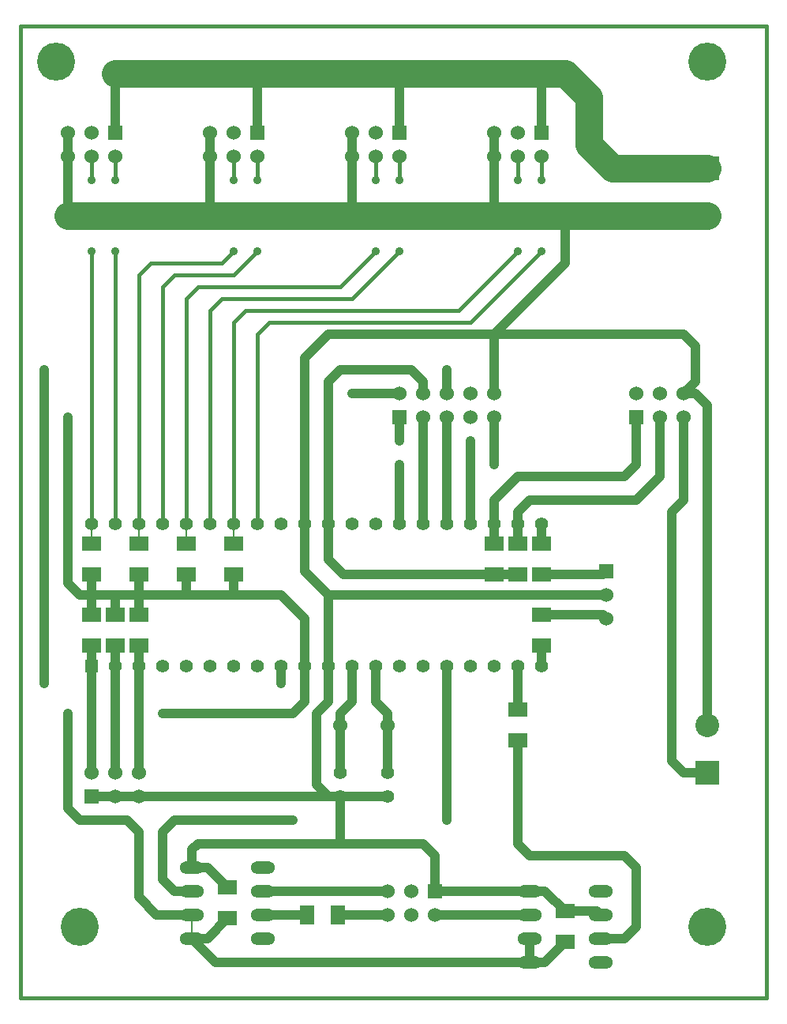
<source format=gbl>
G04 (created by PCBNEW-RS274X (2010-06-08 BZR 2367)-stable) date Sat 18 Dec 2010 10:45:12 PM CET*
G01*
G70*
G90*
%MOIN*%
G04 Gerber Fmt 3.4, Leading zero omitted, Abs format*
%FSLAX34Y34*%
G04 APERTURE LIST*
%ADD10C,0.001000*%
%ADD11C,0.015000*%
%ADD12C,0.055000*%
%ADD13R,0.060000X0.060000*%
%ADD14C,0.060000*%
%ADD15R,0.080000X0.060000*%
%ADD16R,0.100000X0.100000*%
%ADD17C,0.100000*%
%ADD18O,0.104000X0.052000*%
%ADD19R,0.055000X0.055000*%
%ADD20R,0.060000X0.080000*%
%ADD21C,0.160000*%
%ADD22C,0.035000*%
%ADD23C,0.118100*%
%ADD24C,0.039400*%
%ADD25C,0.015700*%
%ADD26C,0.008000*%
G04 APERTURE END LIST*
G54D10*
G54D11*
X37000Y-05500D02*
X37000Y-46500D01*
X05500Y-46500D02*
X05500Y-05500D01*
X37000Y-46500D02*
X05500Y-46500D01*
X05500Y-05500D02*
X37000Y-05500D01*
G54D12*
X21000Y-37000D03*
X21000Y-38000D03*
X19000Y-37000D03*
X19000Y-38000D03*
G54D13*
X30250Y-28500D03*
G54D14*
X30250Y-29500D03*
X30250Y-30500D03*
G54D13*
X23000Y-42000D03*
G54D14*
X23000Y-43000D03*
X22000Y-42000D03*
X22000Y-43000D03*
X21000Y-42000D03*
X21000Y-43000D03*
G54D13*
X31500Y-22000D03*
G54D14*
X31500Y-21000D03*
X32500Y-22000D03*
X32500Y-21000D03*
X33500Y-22000D03*
X33500Y-21000D03*
G54D13*
X08500Y-38000D03*
G54D14*
X08500Y-37000D03*
X09500Y-38000D03*
X09500Y-37000D03*
X10500Y-38000D03*
X10500Y-37000D03*
G54D13*
X27500Y-10000D03*
G54D14*
X27500Y-11000D03*
X26500Y-10000D03*
X26500Y-11000D03*
X25500Y-10000D03*
X25500Y-11000D03*
G54D13*
X21500Y-10000D03*
G54D14*
X21500Y-11000D03*
X20500Y-10000D03*
X20500Y-11000D03*
X19500Y-10000D03*
X19500Y-11000D03*
G54D13*
X15500Y-10000D03*
G54D14*
X15500Y-11000D03*
X14500Y-10000D03*
X14500Y-11000D03*
X13500Y-10000D03*
X13500Y-11000D03*
G54D13*
X09500Y-10000D03*
G54D14*
X09500Y-11000D03*
X08500Y-10000D03*
X08500Y-11000D03*
X07500Y-10000D03*
X07500Y-11000D03*
G54D15*
X27500Y-30350D03*
X27500Y-31650D03*
X27500Y-28650D03*
X27500Y-27350D03*
X25500Y-27350D03*
X25500Y-28650D03*
X26500Y-28650D03*
X26500Y-27350D03*
X10500Y-30350D03*
X10500Y-31650D03*
X09500Y-30350D03*
X09500Y-31650D03*
X08500Y-30350D03*
X08500Y-31650D03*
X14500Y-28650D03*
X14500Y-27350D03*
X12500Y-28650D03*
X12500Y-27350D03*
X10500Y-28650D03*
X10500Y-27350D03*
X08500Y-28650D03*
X08500Y-27350D03*
X28500Y-44150D03*
X28500Y-42850D03*
X14250Y-43150D03*
X14250Y-41850D03*
G54D16*
X34500Y-37000D03*
G54D17*
X34500Y-35000D03*
G54D16*
X34500Y-11500D03*
G54D17*
X34500Y-13500D03*
G54D14*
X19000Y-35000D03*
X21000Y-35000D03*
G54D18*
X30000Y-45000D03*
X30000Y-44000D03*
X30000Y-43000D03*
X30000Y-42000D03*
X27000Y-42000D03*
X27000Y-43000D03*
X27000Y-44000D03*
X27000Y-45000D03*
X15750Y-44000D03*
X15750Y-43000D03*
X15750Y-42000D03*
X15750Y-41000D03*
X12750Y-41000D03*
X12750Y-42000D03*
X12750Y-43000D03*
X12750Y-44000D03*
G54D19*
X08500Y-32500D03*
G54D12*
X09500Y-32500D03*
X10500Y-32500D03*
X11500Y-32500D03*
X12500Y-32500D03*
X13500Y-32500D03*
X14500Y-32500D03*
X15500Y-32500D03*
X16500Y-32500D03*
X17500Y-32500D03*
X18500Y-32500D03*
X19500Y-32500D03*
X20500Y-32500D03*
X21500Y-32500D03*
X22500Y-32500D03*
X23500Y-32500D03*
X24500Y-32500D03*
X25500Y-32500D03*
X26500Y-32500D03*
X27500Y-32500D03*
X27500Y-26500D03*
X26500Y-26500D03*
X25500Y-26500D03*
X24500Y-26500D03*
X23500Y-26500D03*
X22500Y-26500D03*
X21500Y-26500D03*
X20500Y-26500D03*
X19500Y-26500D03*
X18500Y-26500D03*
X17500Y-26500D03*
X16500Y-26500D03*
X15500Y-26500D03*
X14500Y-26500D03*
X13500Y-26500D03*
X12500Y-26500D03*
X11500Y-26500D03*
X10500Y-26500D03*
X09500Y-26500D03*
X08500Y-26500D03*
G54D13*
X21500Y-22000D03*
G54D14*
X21500Y-21000D03*
X22500Y-22000D03*
X22500Y-21000D03*
X23500Y-22000D03*
X23500Y-21000D03*
X24500Y-22000D03*
X24500Y-21000D03*
X25500Y-22000D03*
X25500Y-21000D03*
G54D15*
X26500Y-35650D03*
X26500Y-34350D03*
G54D20*
X18900Y-43000D03*
X17600Y-43000D03*
G54D21*
X07000Y-07000D03*
X34500Y-07000D03*
X34500Y-43500D03*
X08000Y-43500D03*
G54D22*
X17500Y-21000D03*
X19500Y-21000D03*
X21500Y-15000D03*
X21500Y-12000D03*
X20500Y-15000D03*
X20500Y-12000D03*
X17000Y-39000D03*
X23500Y-39000D03*
X06500Y-33250D03*
X06500Y-20000D03*
X23500Y-20000D03*
X16500Y-33250D03*
X09500Y-12000D03*
X09500Y-15000D03*
X15500Y-15000D03*
X15500Y-12000D03*
X21500Y-24000D03*
X25500Y-24000D03*
X27500Y-15000D03*
X27500Y-12000D03*
X26500Y-12000D03*
X26500Y-15000D03*
X08500Y-15000D03*
X08500Y-12000D03*
X14500Y-15000D03*
X14500Y-12000D03*
X21500Y-23000D03*
X24500Y-23000D03*
X07500Y-34500D03*
X11500Y-34500D03*
X18500Y-25000D03*
X33000Y-26000D03*
X18500Y-22000D03*
X07500Y-22000D03*
G54D23*
X27500Y-07500D02*
X28500Y-07500D01*
X30500Y-11500D02*
X34500Y-11500D01*
X29500Y-10500D02*
X30500Y-11500D01*
X29500Y-08500D02*
X29500Y-10500D01*
X28500Y-07500D02*
X29500Y-08500D01*
G54D24*
X27500Y-07500D02*
X27500Y-10000D01*
X21500Y-10000D02*
X21500Y-07500D01*
X15500Y-07500D02*
X15500Y-10000D01*
X09500Y-10000D02*
X09500Y-07500D01*
G54D23*
X27500Y-07500D02*
X21500Y-07500D01*
X21500Y-07500D02*
X15500Y-07500D01*
X15500Y-07500D02*
X09500Y-07500D01*
G54D24*
X30250Y-29500D02*
X18500Y-29500D01*
X34500Y-35000D02*
X34500Y-21500D01*
X34000Y-21000D02*
X33500Y-21000D01*
X34500Y-21500D02*
X34000Y-21000D01*
X34000Y-20500D02*
X34000Y-19000D01*
X33500Y-18500D02*
X25500Y-18500D01*
X34000Y-19000D02*
X33500Y-18500D01*
X25500Y-18500D02*
X18500Y-18500D01*
X18500Y-18500D02*
X17500Y-19500D01*
X17500Y-19500D02*
X17500Y-21000D01*
X25500Y-21000D02*
X25500Y-18500D01*
X28500Y-15500D02*
X28500Y-13500D01*
X25500Y-18500D02*
X28500Y-15500D01*
X10500Y-38000D02*
X19000Y-38000D01*
X19000Y-40000D02*
X19000Y-38000D01*
X12750Y-41000D02*
X12750Y-40250D01*
X12750Y-40250D02*
X13000Y-40000D01*
X13000Y-40000D02*
X19000Y-40000D01*
X23000Y-40500D02*
X23000Y-42000D01*
X19000Y-40000D02*
X22500Y-40000D01*
X22500Y-40000D02*
X23000Y-40500D01*
G54D23*
X34500Y-13500D02*
X28500Y-13500D01*
X28500Y-13500D02*
X25500Y-13500D01*
G54D24*
X17500Y-21000D02*
X17500Y-22500D01*
X17500Y-22500D02*
X17500Y-26500D01*
X09500Y-38000D02*
X10500Y-38000D01*
X08500Y-38000D02*
X09500Y-38000D01*
X28500Y-42850D02*
X29850Y-42850D01*
X29850Y-42850D02*
X30000Y-43000D01*
X27000Y-42000D02*
X23000Y-42000D01*
X12750Y-41000D02*
X13400Y-41000D01*
X13400Y-41000D02*
X14250Y-41850D01*
X27000Y-42000D02*
X27650Y-42000D01*
X27650Y-42000D02*
X28500Y-42850D01*
X17500Y-28500D02*
X18500Y-29500D01*
X18500Y-29500D02*
X18500Y-32500D01*
X17500Y-26500D02*
X17500Y-28500D01*
X21500Y-21000D02*
X19500Y-21000D01*
X07500Y-11000D02*
X07500Y-13500D01*
G54D23*
X07500Y-13500D02*
X13500Y-13500D01*
G54D24*
X25500Y-11000D02*
X25500Y-13500D01*
X25500Y-13500D02*
X25500Y-13000D01*
X25500Y-13000D02*
X25500Y-13500D01*
X25500Y-10000D02*
X25500Y-11000D01*
X19500Y-11000D02*
X19500Y-13500D01*
X19500Y-10000D02*
X19500Y-11000D01*
X13500Y-11000D02*
X13500Y-10000D01*
X13500Y-13500D02*
X13500Y-11000D01*
X07500Y-11000D02*
X07500Y-10000D01*
G54D23*
X25500Y-13500D02*
X19500Y-13500D01*
X19500Y-13500D02*
X13500Y-13500D01*
G54D24*
X19000Y-38000D02*
X18500Y-38000D01*
X18500Y-34000D02*
X18500Y-32500D01*
X18000Y-34500D02*
X18500Y-34000D01*
X18000Y-37500D02*
X18000Y-34500D01*
X18500Y-38000D02*
X18000Y-37500D01*
X21000Y-38000D02*
X19000Y-38000D01*
X34000Y-20500D02*
X33500Y-21000D01*
X08500Y-32500D02*
X08500Y-31650D01*
X08500Y-32500D02*
X08500Y-37000D01*
X26500Y-34350D02*
X26500Y-32500D01*
G54D25*
X13500Y-25000D02*
X13500Y-23500D01*
X21500Y-11000D02*
X21500Y-12000D01*
X13500Y-25000D02*
X13500Y-26500D01*
X14000Y-17000D02*
X13500Y-17500D01*
X19500Y-17000D02*
X14000Y-17000D01*
X21500Y-15000D02*
X19500Y-17000D01*
X13500Y-17500D02*
X13500Y-23500D01*
G54D24*
X27500Y-28650D02*
X30100Y-28650D01*
X30100Y-28650D02*
X30250Y-28500D01*
X27500Y-30350D02*
X30100Y-30350D01*
X30100Y-30350D02*
X30250Y-30500D01*
G54D25*
X12500Y-24500D02*
X12500Y-23000D01*
X20500Y-11000D02*
X20500Y-12000D01*
X12500Y-24500D02*
X12500Y-26500D01*
X13000Y-16500D02*
X12500Y-17000D01*
X19000Y-16500D02*
X13000Y-16500D01*
X20500Y-15000D02*
X19000Y-16500D01*
X12500Y-23000D02*
X12500Y-17000D01*
G54D26*
X12500Y-27350D02*
X12500Y-26500D01*
G54D24*
X23500Y-39000D02*
X23500Y-37500D01*
X11500Y-41500D02*
X11500Y-39500D01*
X12000Y-42000D02*
X11500Y-41500D01*
X12000Y-42000D02*
X12750Y-42000D01*
X12000Y-39000D02*
X17000Y-39000D01*
X11500Y-39500D02*
X12000Y-39000D01*
X23500Y-32500D02*
X23500Y-37500D01*
X21000Y-42000D02*
X15750Y-42000D01*
X19000Y-35000D02*
X19000Y-37000D01*
X19000Y-35000D02*
X19000Y-34500D01*
X19000Y-34500D02*
X19500Y-34000D01*
X19500Y-34000D02*
X19500Y-32500D01*
X27500Y-31650D02*
X27500Y-32500D01*
X16500Y-32500D02*
X16500Y-33250D01*
X06500Y-20000D02*
X06500Y-23500D01*
X23500Y-20000D02*
X23500Y-21000D01*
X06500Y-30500D02*
X06500Y-25000D01*
X06500Y-25000D02*
X06500Y-23500D01*
X06500Y-33250D02*
X06500Y-30500D01*
X20500Y-32500D02*
X20500Y-34000D01*
X20500Y-34000D02*
X21000Y-34500D01*
X21000Y-34500D02*
X21000Y-35000D01*
X21000Y-35000D02*
X21000Y-37000D01*
G54D25*
X09500Y-22500D02*
X09500Y-21000D01*
X09500Y-26500D02*
X09500Y-22500D01*
X09500Y-12000D02*
X09500Y-11000D01*
X09500Y-21000D02*
X09500Y-15000D01*
X11500Y-24000D02*
X11500Y-22500D01*
X15500Y-15000D02*
X14500Y-16000D01*
X11500Y-26500D02*
X11500Y-24000D01*
X15500Y-12000D02*
X15500Y-11000D01*
X12000Y-16000D02*
X11500Y-16500D01*
X14500Y-16000D02*
X12000Y-16000D01*
X11500Y-16500D02*
X11500Y-22500D01*
G54D24*
X21500Y-26500D02*
X21500Y-24000D01*
X25500Y-24000D02*
X25500Y-22000D01*
G54D25*
X15500Y-18500D02*
X15500Y-20000D01*
X15500Y-26500D02*
X15500Y-20000D01*
X27500Y-12000D02*
X27500Y-11000D01*
X24500Y-18000D02*
X16000Y-18000D01*
X27500Y-15000D02*
X24500Y-18000D01*
X16000Y-18000D02*
X15500Y-18500D01*
G54D24*
X25500Y-26500D02*
X25500Y-27350D01*
X25500Y-26500D02*
X25500Y-25500D01*
X25500Y-25500D02*
X26500Y-24500D01*
X26500Y-24500D02*
X31000Y-24500D01*
X31000Y-24500D02*
X31500Y-24000D01*
X31500Y-24000D02*
X31500Y-22000D01*
X27500Y-27350D02*
X27500Y-26500D01*
G54D25*
X14500Y-25500D02*
X14500Y-24000D01*
X26500Y-11000D02*
X26500Y-12000D01*
X14500Y-25500D02*
X14500Y-26500D01*
X15000Y-17500D02*
X14500Y-18000D01*
X24000Y-17500D02*
X15000Y-17500D01*
X26500Y-15000D02*
X24000Y-17500D01*
X14500Y-24000D02*
X14500Y-18000D01*
G54D26*
X14500Y-26500D02*
X14500Y-27350D01*
G54D25*
X08500Y-16500D02*
X08500Y-24000D01*
X08500Y-11000D02*
X08500Y-12000D01*
X08500Y-15000D02*
X08500Y-16500D01*
X08500Y-24000D02*
X08500Y-26500D01*
G54D26*
X08500Y-27350D02*
X08500Y-26500D01*
G54D24*
X26500Y-26500D02*
X26500Y-27350D01*
X27000Y-25500D02*
X31500Y-25500D01*
X31500Y-25500D02*
X32500Y-24500D01*
X32500Y-24500D02*
X32500Y-22000D01*
X26500Y-26500D02*
X26500Y-26000D01*
X26500Y-26000D02*
X27000Y-25500D01*
G54D25*
X10500Y-23500D02*
X10500Y-22000D01*
X14500Y-15000D02*
X14000Y-15500D01*
X14500Y-11000D02*
X14500Y-12000D01*
X10500Y-23500D02*
X10500Y-26500D01*
X11000Y-15500D02*
X10500Y-16000D01*
X14000Y-15500D02*
X11000Y-15500D01*
X10500Y-16000D02*
X10500Y-22000D01*
G54D26*
X10500Y-26500D02*
X10500Y-27350D01*
G54D24*
X10500Y-32500D02*
X10500Y-31650D01*
X10500Y-37000D02*
X10500Y-32500D01*
X15750Y-43000D02*
X17600Y-43000D01*
X30000Y-44000D02*
X31000Y-44000D01*
X31000Y-44000D02*
X31500Y-43500D01*
X31500Y-43500D02*
X31500Y-41000D01*
X31500Y-41000D02*
X31000Y-40500D01*
X31000Y-40500D02*
X27000Y-40500D01*
X27000Y-40500D02*
X26500Y-40000D01*
X26500Y-40000D02*
X26500Y-35650D01*
X18900Y-43000D02*
X21000Y-43000D01*
X22500Y-22000D02*
X22500Y-26500D01*
X23500Y-22000D02*
X23500Y-26500D01*
X24500Y-26500D02*
X24500Y-23000D01*
X21500Y-23000D02*
X21500Y-22000D01*
X23000Y-43000D02*
X27000Y-43000D01*
X09500Y-32500D02*
X09500Y-31650D01*
X09500Y-32500D02*
X09500Y-37000D01*
X11500Y-43000D02*
X11250Y-43000D01*
X08000Y-39000D02*
X07500Y-38500D01*
X07500Y-38500D02*
X07500Y-34500D01*
X11500Y-34500D02*
X17000Y-34500D01*
X17000Y-34500D02*
X17500Y-34000D01*
X17500Y-32500D02*
X17500Y-34000D01*
X11500Y-43000D02*
X12750Y-43000D01*
X10000Y-39000D02*
X08000Y-39000D01*
X10500Y-39500D02*
X10000Y-39000D01*
X10500Y-42250D02*
X10500Y-39500D01*
X11250Y-43000D02*
X10500Y-42250D01*
X07500Y-24000D02*
X07500Y-22500D01*
X07500Y-29000D02*
X08000Y-29500D01*
X07500Y-24000D02*
X07500Y-29000D01*
X08000Y-29500D02*
X08500Y-29500D01*
X07500Y-22000D02*
X07500Y-22500D01*
X25500Y-28650D02*
X19150Y-28650D01*
X18500Y-28000D02*
X18500Y-26500D01*
X19150Y-28650D02*
X18500Y-28000D01*
X14500Y-28650D02*
X14500Y-29500D01*
X12500Y-28650D02*
X12500Y-29500D01*
X10500Y-30350D02*
X10500Y-29500D01*
X10500Y-28650D02*
X10500Y-29500D01*
X09500Y-30350D02*
X09500Y-29500D01*
X08500Y-29500D02*
X08500Y-30350D01*
X08500Y-28650D02*
X08500Y-29500D01*
X08500Y-29500D02*
X09500Y-29500D01*
X09500Y-29500D02*
X10500Y-29500D01*
X10500Y-29500D02*
X12500Y-29500D01*
X12500Y-29500D02*
X14500Y-29500D01*
X14500Y-29500D02*
X16500Y-29500D01*
X17500Y-30500D02*
X17500Y-32500D01*
X16500Y-29500D02*
X17500Y-30500D01*
X18500Y-25000D02*
X18500Y-26500D01*
X18500Y-23500D02*
X18500Y-25000D01*
X18500Y-22000D02*
X18500Y-23500D01*
X34500Y-37000D02*
X33500Y-37000D01*
X33000Y-36500D02*
X33000Y-26000D01*
X33500Y-37000D02*
X33000Y-36500D01*
X33500Y-25500D02*
X33500Y-22000D01*
X33000Y-26000D02*
X33500Y-25500D01*
X27000Y-45000D02*
X13750Y-45000D01*
X13750Y-45000D02*
X12750Y-44000D01*
X27000Y-44000D02*
X27000Y-45000D01*
G54D26*
X12750Y-43000D02*
X12750Y-44000D01*
G54D24*
X12750Y-44000D02*
X13400Y-44000D01*
X13400Y-44000D02*
X14250Y-43150D01*
X27000Y-45000D02*
X27650Y-45000D01*
X27650Y-45000D02*
X28500Y-44150D01*
X25500Y-28650D02*
X26500Y-28650D01*
X22500Y-21000D02*
X22500Y-20500D01*
X18500Y-20500D02*
X18500Y-22000D01*
X19000Y-20000D02*
X18500Y-20500D01*
X22000Y-20000D02*
X19000Y-20000D01*
X22500Y-20500D02*
X22000Y-20000D01*
M02*

</source>
